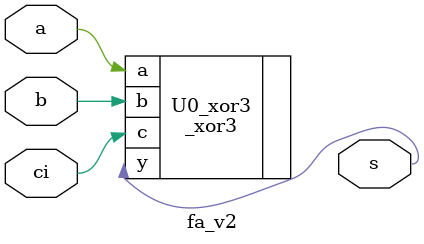
<source format=v>
module fa_v2(a, b, ci, s);

input a, b, ci;	//declare 2-input & carry in variable
output s;			//declare 1-bit sum

//instance _xor3 with three inputs & sum
_xor3 U0_xor3(.a(a), .b(b), .c(ci), .y(s));

endmodule

</source>
